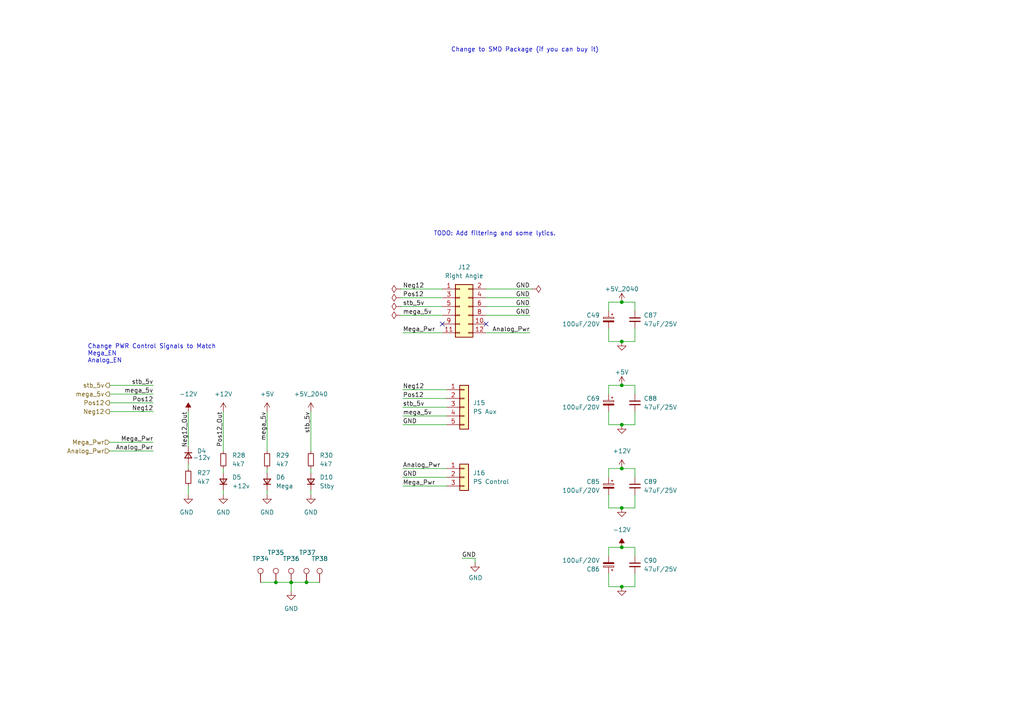
<source format=kicad_sch>
(kicad_sch (version 20230121) (generator eeschema)
  (paper "A4")
  (title_block (date "2022-06-27") (rev "3b") (company "twitch.tv/baldengineer"))
  (lib_symbols
    (symbol "Mega IIe Rev3 Symbols:C_Polarized_Small" (pin_numbers hide) (pin_names (offset 0.254) hide)
      (property "Reference" "C" (at 0.254 1.778 0))
      (property "Value" "C_Polarized_Small" (at 0.254 -2.032 0))
      (symbol "C_Polarized_Small_0_1"
        (rectangle (start -1.524 -0.3048) (end 1.524 -0.6858) (fill (type outline)))
        (rectangle (start -1.524 0.6858) (end 1.524 0.3048))
        (polyline (pts (xy -1.27 1.524) (xy -0.762 1.524)))
        (polyline (pts (xy -1.016 1.27) (xy -1.016 1.778)))
      )
      (symbol "C_Polarized_Small_1_1"
        (pin passive line (at 0 2.54 270) (length 1.8542) (name "~") (number "1"))
        (pin passive line (at 0 -2.54 90) (length 1.8542) (name "~") (number "2"))
      )
    )
    (symbol "Mega IIe Rev3 Symbols:C_Small" (pin_numbers hide) (pin_names (offset 0.254) hide)
      (property "Reference" "C" (at 0.254 1.778 0))
      (property "Value" "C_Small" (at 0.254 -2.032 0))
      (symbol "C_Small_0_1"
        (polyline (pts (xy -1.524 -0.508) (xy 1.524 -0.508)) (stroke (width 0.3302)))
        (polyline (pts (xy -1.524 0.508) (xy 1.524 0.508)) (stroke (width 0.3048)))
      )
      (symbol "C_Small_1_1"
        (pin passive line (at 0 2.54 270) (length 2.032) (name "~") (number "1"))
        (pin passive line (at 0 -2.54 90) (length 2.032) (name "~") (number "2"))
      )
    )
    (symbol "Mega IIe Rev3 Symbols:Conn_01x03" (pin_names (offset 1.016) hide)
      (property "Reference" "J" (at 0 5.08 0))
      (property "Value" "Conn_01x03" (at 0 -5.08 0))
      (symbol "Conn_01x03_1_1"
        (rectangle (start -1.27 -2.413) (end 0 -2.667) (stroke (width 0.1524)))
        (rectangle (start -1.27 0.127) (end 0 -0.127) (stroke (width 0.1524)))
        (rectangle (start -1.27 2.667) (end 0 2.413) (stroke (width 0.1524)))
        (rectangle (start -1.27 3.81) (end 1.27 -3.81) (stroke (width 0.254)) (fill (type background)))
        (pin passive line (at -5.08 2.54 0) (length 3.81) (name "Pin_1") (number "1"))
        (pin passive line (at -5.08 0 0) (length 3.81) (name "Pin_2") (number "2"))
        (pin passive line (at -5.08 -2.54 0) (length 3.81) (name "Pin_3") (number "3"))
      )
    )
    (symbol "Mega IIe Rev3 Symbols:Conn_01x05" (pin_names (offset 1.016) hide)
      (property "Reference" "J" (at 0 7.62 0))
      (property "Value" "Conn_01x05" (at 0 -7.62 0))
      (symbol "Conn_01x05_1_1"
        (rectangle (start -1.27 -4.953) (end 0 -5.207) (stroke (width 0.1524)))
        (rectangle (start -1.27 -2.413) (end 0 -2.667) (stroke (width 0.1524)))
        (rectangle (start -1.27 0.127) (end 0 -0.127) (stroke (width 0.1524)))
        (rectangle (start -1.27 2.667) (end 0 2.413) (stroke (width 0.1524)))
        (rectangle (start -1.27 5.207) (end 0 4.953) (stroke (width 0.1524)))
        (rectangle (start -1.27 6.35) (end 1.27 -6.35) (stroke (width 0.254)) (fill (type background)))
        (pin passive line (at -5.08 5.08 0) (length 3.81) (name "Pin_1") (number "1"))
        (pin passive line (at -5.08 2.54 0) (length 3.81) (name "Pin_2") (number "2"))
        (pin passive line (at -5.08 0 0) (length 3.81) (name "Pin_3") (number "3"))
        (pin passive line (at -5.08 -2.54 0) (length 3.81) (name "Pin_4") (number "4"))
        (pin passive line (at -5.08 -5.08 0) (length 3.81) (name "Pin_5") (number "5"))
      )
    )
    (symbol "Mega IIe Rev3 Symbols:Conn_02x06_Odd_Even" (pin_names (offset 1.016) hide)
      (property "Reference" "J12" (at 1.27 11.43 0))
      (property "Value" "Right Angle" (at 1.27 8.89 0))
      (symbol "Conn_02x06_Odd_Even_1_1"
        (rectangle (start -1.27 -7.493) (end 0 -7.747) (stroke (width 0.1524)))
        (rectangle (start -1.27 -4.953) (end 0 -5.207) (stroke (width 0.1524)))
        (rectangle (start -1.27 -2.413) (end 0 -2.667) (stroke (width 0.1524)))
        (rectangle (start -1.27 0.127) (end 0 -0.127) (stroke (width 0.1524)))
        (rectangle (start -1.27 2.667) (end 0 2.413) (stroke (width 0.1524)))
        (rectangle (start -1.27 5.207) (end 0 4.953) (stroke (width 0.1524)))
        (rectangle (start -1.27 6.35) (end 3.81 -8.89) (stroke (width 0.254)) (fill (type background)))
        (rectangle (start 3.81 -7.493) (end 2.54 -7.747) (stroke (width 0.1524)))
        (rectangle (start 3.81 -4.953) (end 2.54 -5.207) (stroke (width 0.1524)))
        (rectangle (start 3.81 -2.413) (end 2.54 -2.667) (stroke (width 0.1524)))
        (rectangle (start 3.81 0.127) (end 2.54 -0.127) (stroke (width 0.1524)))
        (rectangle (start 3.81 2.667) (end 2.54 2.413) (stroke (width 0.1524)))
        (rectangle (start 3.81 5.207) (end 2.54 4.953) (stroke (width 0.1524)))
        (pin passive line (at -5.08 5.08 0) (length 3.81) (name "Pin_1") (number "1"))
        (pin passive line (at 7.62 -5.08 180) (length 3.81) (name "Pin_10") (number "10"))
        (pin passive line (at -5.08 -7.62 0) (length 3.81) (name "Pin_11") (number "11"))
        (pin passive line (at 7.62 -7.62 180) (length 3.81) (name "Pin_12") (number "12"))
        (pin passive line (at 7.62 5.08 180) (length 3.81) (name "Pin_2") (number "2"))
        (pin passive line (at -5.08 2.54 0) (length 3.81) (name "Pin_3") (number "3"))
        (pin passive line (at 7.62 2.54 180) (length 3.81) (name "Pin_4") (number "4"))
        (pin passive line (at -5.08 0 0) (length 3.81) (name "Pin_5") (number "5"))
        (pin passive line (at 7.62 0 180) (length 3.81) (name "Pin_6") (number "6"))
        (pin passive line (at -5.08 -2.54 0) (length 3.81) (name "Pin_7") (number "7"))
        (pin passive line (at 7.62 -2.54 180) (length 3.81) (name "Pin_8") (number "8"))
        (pin passive line (at -5.08 -5.08 0) (length 3.81) (name "Pin_9") (number "9"))
      )
    )
    (symbol "Mega IIe Rev3 Symbols:D_1206" (pin_numbers hide) (pin_names (offset 0.254) hide)
      (property "Reference" "D" (at -1.27 2.032 0))
      (property "Value" "D_1206" (at -3.81 -2.032 0))
      (symbol "D_1206_0_1"
        (polyline (pts (xy -0.762 -1.016) (xy -0.762 1.016)) (stroke (width 0.254)))
        (polyline (pts (xy -0.762 0) (xy 0.762 0)))
        (polyline (pts (xy 0.762 -1.016) (xy -0.762 0) (xy 0.762 1.016) (xy 0.762 -1.016)) (stroke (width 0.254)))
      )
      (symbol "D_1206_1_1"
        (pin passive line (at -2.54 0 0) (length 1.778) (name "K") (number "1"))
        (pin passive line (at 2.54 0 180) (length 1.778) (name "A") (number "2"))
      )
    )
    (symbol "Mega IIe Rev3 Symbols:R_0805" (pin_numbers hide) (pin_names (offset 0.254) hide)
      (property "Reference" "R" (at 0.762 0.508 0))
      (property "Value" "R_0805" (at 0.762 -1.016 0))
      (symbol "R_0805_0_1"
        (rectangle (start -0.762 1.778) (end 0.762 -1.778) (stroke (width 0.2032)))
      )
      (symbol "R_0805_1_1"
        (pin passive line (at 0 2.54 270) (length 0.762) (name "~") (number "1"))
        (pin passive line (at 0 -2.54 90) (length 0.762) (name "~") (number "2"))
      )
    )
    (symbol "Mega IIe Rev3 Symbols:TestPoint" (pin_numbers hide) (pin_names (offset 0.762) hide)
      (property "Reference" "TP" (at 0 6.858 0))
      (property "Value" "TestPoint" (at 0 5.08 0))
      (symbol "TestPoint_0_1"
        (circle (center 0 3.302) (radius 0.762))
      )
      (symbol "TestPoint_1_1"
        (pin passive line (at 0 0 90) (length 2.54) (name "1") (number "1"))
      )
    )
    (symbol "My Library:+5V_2040" (power) (pin_names (offset 0))
      (property "Value" "+5V_2040" (at 0 3.556 0))
      (symbol "+5V_2040_0_1"
        (polyline (pts (xy -0.762 1.27) (xy 0 2.54)))
        (polyline (pts (xy 0 0) (xy 0 2.54)))
        (polyline (pts (xy 0 2.54) (xy 0.762 1.27)))
      )
      (symbol "+5V_2040_1_1"
        (pin power_in line (at 0 0 90) (length 0) hide (name "+5V_2040") (number "1"))
      )
    )
    (symbol "power:+12V" (power) (pin_names (offset 0))
      (property "Value" "+12V" (at 0 3.556 0))
      (symbol "+12V_0_1"
        (polyline (pts (xy -0.762 1.27) (xy 0 2.54)))
        (polyline (pts (xy 0 0) (xy 0 2.54)))
        (polyline (pts (xy 0 2.54) (xy 0.762 1.27)))
      )
      (symbol "+12V_1_1"
        (pin power_in line (at 0 0 90) (length 0) hide (name "+12V") (number "1"))
      )
    )
    (symbol "power:+5V" (power) (pin_names (offset 0))
      (property "Value" "+5V" (at 0 3.556 0))
      (symbol "+5V_0_1"
        (polyline (pts (xy -0.762 1.27) (xy 0 2.54)))
        (polyline (pts (xy 0 0) (xy 0 2.54)))
        (polyline (pts (xy 0 2.54) (xy 0.762 1.27)))
      )
      (symbol "+5V_1_1"
        (pin power_in line (at 0 0 90) (length 0) hide (name "+5V") (number "1"))
      )
    )
    (symbol "power:-12V" (power) (pin_names (offset 0))
      (property "Value" "-12V" (at 0 3.81 0))
      (symbol "-12V_0_0"
        (pin power_in line (at 0 0 90) (length 0) hide (name "-12V") (number "1"))
      )
      (symbol "-12V_0_1"
        (polyline (pts (xy 0 0) (xy 0 1.27) (xy 0.762 1.27) (xy 0 2.54) (xy -0.762 1.27) (xy 0 1.27)) (fill (type outline)))
      )
    )
    (symbol "power:GND" (power) (pin_names (offset 0))
      (property "Value" "GND" (at 0 -3.81 0))
      (symbol "GND_0_1"
        (polyline (pts (xy 0 0) (xy 0 -1.27) (xy 1.27 -1.27) (xy 0 -2.54) (xy -1.27 -1.27) (xy 0 -1.27)))
      )
      (symbol "GND_1_1"
        (pin power_in line (at 0 0 270) (length 0) hide (name "GND") (number "1"))
      )
    )
    (symbol "power:PWR_FLAG" (power) (pin_numbers hide) (pin_names (offset 0) hide)
      (property "Value" "PWR_FLAG" (at 0 3.81 0))
      (symbol "PWR_FLAG_0_0"
        (pin power_out line (at 0 0 90) (length 0) (name "pwr") (number "1"))
      )
      (symbol "PWR_FLAG_0_1"
        (polyline (pts (xy 0 0) (xy 0 1.27) (xy -1.016 1.905) (xy 0 2.54) (xy 1.016 1.905) (xy 0 1.27)))
      )
    )
  )
  (junction (at 180.34 158.75))
  (junction (at 180.34 111.76))
  (junction (at 180.34 170.18))
  (junction (at 180.34 123.19))
  (junction (at 180.34 135.89))
  (junction (at 84.455 168.91))
  (junction (at 180.34 147.32))
  (junction (at 80.01 168.91))
  (junction (at 180.34 99.06))
  (junction (at 88.9 168.91))
  (junction (at 180.34 87.63))
  (no_connect (at 128.27 93.98))
  (no_connect (at 140.97 93.98))
  (wire (pts (xy 116.84 120.65) (xy 129.54 120.65)))
  (wire (pts (xy 137.795 163.195) (xy 137.795 161.925)))
  (wire (pts (xy 176.53 119.38) (xy 176.53 123.19)))
  (wire (pts (xy 116.205 88.9) (xy 128.27 88.9)))
  (wire (pts (xy 180.34 111.76) (xy 184.15 111.76)))
  (wire (pts (xy 75.565 168.91) (xy 80.01 168.91)))
  (wire (pts (xy 180.34 99.06) (xy 184.15 99.06)))
  (wire (pts (xy 90.17 142.24) (xy 90.17 143.51)))
  (wire (pts (xy 116.205 91.44) (xy 128.27 91.44)))
  (wire (pts (xy 31.75 116.84) (xy 44.45 116.84)))
  (wire (pts (xy 176.53 158.75) (xy 180.34 158.75)))
  (wire (pts (xy 116.205 83.82) (xy 128.27 83.82)))
  (wire (pts (xy 84.455 168.91) (xy 84.455 171.45)))
  (wire (pts (xy 116.84 113.03) (xy 129.54 113.03)))
  (wire (pts (xy 54.61 119.38) (xy 54.61 129.54)))
  (wire (pts (xy 176.53 166.37) (xy 176.53 170.18)))
  (wire (pts (xy 116.84 115.57) (xy 129.54 115.57)))
  (wire (pts (xy 129.54 135.89) (xy 116.84 135.89)))
  (wire (pts (xy 176.53 138.43) (xy 176.53 135.89)))
  (wire (pts (xy 64.77 142.24) (xy 64.77 143.51)))
  (wire (pts (xy 90.17 130.81) (xy 90.17 119.38)))
  (wire (pts (xy 90.17 135.89) (xy 90.17 137.16)))
  (wire (pts (xy 176.53 99.06) (xy 180.34 99.06)))
  (wire (pts (xy 184.15 158.75) (xy 184.15 161.29)))
  (wire (pts (xy 31.75 111.76) (xy 44.45 111.76)))
  (wire (pts (xy 176.53 170.18) (xy 180.34 170.18)))
  (wire (pts (xy 54.61 135.89) (xy 54.61 134.62)))
  (wire (pts (xy 176.53 123.19) (xy 180.34 123.19)))
  (wire (pts (xy 184.15 111.76) (xy 184.15 114.3)))
  (wire (pts (xy 176.53 111.76) (xy 180.34 111.76)))
  (wire (pts (xy 184.15 123.19) (xy 184.15 119.38)))
  (wire (pts (xy 184.15 135.89) (xy 184.15 138.43)))
  (wire (pts (xy 180.34 158.75) (xy 184.15 158.75)))
  (wire (pts (xy 88.9 168.91) (xy 92.71 168.91)))
  (wire (pts (xy 116.205 86.36) (xy 128.27 86.36)))
  (wire (pts (xy 180.34 123.19) (xy 184.15 123.19)))
  (wire (pts (xy 140.97 83.82) (xy 154.305 83.82)))
  (wire (pts (xy 180.34 135.89) (xy 184.15 135.89)))
  (wire (pts (xy 77.47 142.24) (xy 77.47 143.51)))
  (wire (pts (xy 176.53 87.63) (xy 180.34 87.63)))
  (wire (pts (xy 77.47 130.81) (xy 77.47 119.38)))
  (wire (pts (xy 116.84 138.43) (xy 129.54 138.43)))
  (wire (pts (xy 184.15 87.63) (xy 184.15 90.17)))
  (wire (pts (xy 176.53 95.25) (xy 176.53 99.06)))
  (wire (pts (xy 176.53 90.17) (xy 176.53 87.63)))
  (wire (pts (xy 31.75 128.27) (xy 44.45 128.27)))
  (wire (pts (xy 176.53 147.32) (xy 180.34 147.32)))
  (wire (pts (xy 184.15 99.06) (xy 184.15 95.25)))
  (wire (pts (xy 31.75 130.81) (xy 44.45 130.81)))
  (wire (pts (xy 140.97 91.44) (xy 153.67 91.44)))
  (wire (pts (xy 31.75 114.3) (xy 44.45 114.3)))
  (wire (pts (xy 31.75 119.38) (xy 44.45 119.38)))
  (wire (pts (xy 180.34 147.32) (xy 184.15 147.32)))
  (wire (pts (xy 54.61 140.97) (xy 54.61 143.51)))
  (wire (pts (xy 140.97 88.9) (xy 153.67 88.9)))
  (wire (pts (xy 184.15 147.32) (xy 184.15 143.51)))
  (wire (pts (xy 77.47 135.89) (xy 77.47 137.16)))
  (wire (pts (xy 176.53 143.51) (xy 176.53 147.32)))
  (wire (pts (xy 84.455 168.91) (xy 88.9 168.91)))
  (wire (pts (xy 116.84 118.11) (xy 129.54 118.11)))
  (wire (pts (xy 129.54 140.97) (xy 116.84 140.97)))
  (wire (pts (xy 64.77 130.81) (xy 64.77 119.38)))
  (wire (pts (xy 184.15 170.18) (xy 184.15 166.37)))
  (wire (pts (xy 116.84 123.19) (xy 129.54 123.19)))
  (wire (pts (xy 176.53 135.89) (xy 180.34 135.89)))
  (wire (pts (xy 180.34 87.63) (xy 184.15 87.63)))
  (wire (pts (xy 137.795 161.925) (xy 133.985 161.925)))
  (wire (pts (xy 140.97 86.36) (xy 153.67 86.36)))
  (wire (pts (xy 116.84 96.52) (xy 128.27 96.52)))
  (wire (pts (xy 80.01 168.91) (xy 84.455 168.91)))
  (wire (pts (xy 140.97 96.52) (xy 153.67 96.52)))
  (wire (pts (xy 64.77 135.89) (xy 64.77 137.16)))
  (wire (pts (xy 176.53 114.3) (xy 176.53 111.76)))
  (wire (pts (xy 180.34 170.18) (xy 184.15 170.18)))
  (wire (pts (xy 176.53 161.29) (xy 176.53 158.75)))
  (text "Change to SMD Package (if you can buy it)" (at 130.81 15.24 0) (effects (font (size 1.27 1.27)) (justify left bottom)))
  (text "TODO: Add filtering and some lytics." (at 125.73 68.58 0) (effects (font (size 1.27 1.27)) (justify left bottom)))
  (text "Change PWR Control Signals to Match\nMega_EN\nAnalog_EN" (at 25.4 105.41 0) (effects (font (size 1.27 1.27)) (justify left bottom)))
  (label "mega_5v" (at 116.84 120.65 0))
  (label "Mega_Pwr" (at 116.84 140.97 0))
  (label "Neg12_Out" (at 54.61 119.38 270))
  (label "Pos12" (at 116.84 115.57 0))
  (label "Pos12" (at 44.45 116.84 180))
  (label "GND" (at 153.67 83.82 180))
  (label "Mega_Pwr" (at 116.84 96.52 0))
  (label "Neg12" (at 116.84 113.03 0))
  (label "mega_5v" (at 44.45 114.3 180))
  (label "mega_5v" (at 116.84 91.44 0))
  (label "GND" (at 116.84 123.19 0))
  (label "Analog_Pwr" (at 153.67 96.52 180))
  (label "GND" (at 133.985 161.925 0))
  (label "stb_5v" (at 116.84 118.11 0))
  (label "Mega_Pwr" (at 44.45 128.27 180))
  (label "stb_5v" (at 44.45 111.76 180))
  (label "Pos12_Out" (at 64.77 119.38 270))
  (label "GND" (at 153.67 88.9 180))
  (label "GND" (at 153.67 86.36 180))
  (label "GND" (at 116.84 138.43 0))
  (label "stb_5v" (at 116.84 88.9 0))
  (label "Analog_Pwr" (at 116.84 135.89 0))
  (label "Neg12" (at 44.45 119.38 180))
  (label "Analog_Pwr" (at 44.45 130.81 180))
  (label "mega_5v" (at 77.47 119.38 270))
  (label "GND" (at 153.67 91.44 180))
  (label "Neg12" (at 116.84 83.82 0))
  (label "Pos12" (at 116.84 86.36 0))
  (label "stb_5v" (at 90.17 119.38 270))
  (hierarchical_label "stb_5v" (shape output) (at 31.75 111.76 180))
  (hierarchical_label "Mega_Pwr" (shape input) (at 31.75 128.27 180))
  (hierarchical_label "Analog_Pwr" (shape input) (at 31.75 130.81 180))
  (hierarchical_label "Neg12" (shape output) (at 31.75 119.38 180))
  (hierarchical_label "mega_5v" (shape output) (at 31.75 114.3 180))
  (hierarchical_label "Pos12" (shape output) (at 31.75 116.84 180))
  (symbol (lib_id "power:PWR_FLAG") (at 116.205 91.44 90) (unit 1)
    (property "Reference" "#FLG04" (effects hide))
    (property "Value" "PWR_FLAG" (effects hide))
  )
  (symbol (lib_id "power:-12V") (at 180.34 158.75 0) (unit 1)
    (property "Reference" "#PWR0421" (effects hide))
    (property "Value" "-12V" (at 180.34 153.67 0))
  )
  (symbol (lib_id "power:PWR_FLAG") (at 116.205 83.82 90) (unit 1)
    (property "Reference" "#FLG01" (effects hide))
    (property "Value" "PWR_FLAG" (effects hide))
  )
  (symbol (lib_id "power:PWR_FLAG") (at 116.205 88.9 90) (unit 1)
    (property "Reference" "#FLG03" (effects hide))
    (property "Value" "PWR_FLAG" (effects hide))
  )
  (symbol (lib_id "power:GND") (at 84.455 171.45 0) (unit 1)
    (property "Reference" "#PWR04" (effects hide))
    (property "Value" "GND" (at 84.455 176.53 0))
  )
  (symbol (lib_id "Mega IIe Rev3 Symbols:C_Polarized_Small") (at 176.53 116.84 0) (mirror y) (unit 1)
    (property "Reference" "C69" (at 173.99 115.5762 0) (effects (justify left)))
    (property "Value" "100uF{slash}20V" (at 173.99 118.1162 0) (effects (justify left)))
    (property "Footprint" "Capacitor_Tantalum_SMD:CP_EIA-3528-21_Kemet-B" (effects hide))
    (property "MFN" "20TQC100MD2" (effects hide))
  )
  (symbol (lib_id "Mega IIe Rev3 Symbols:R_0805") (at 64.77 133.35 0) (unit 1)
    (property "Reference" "R28" (at 67.31 132.08 0) (effects (justify left)))
    (property "Value" "4k7" (at 67.31 134.62 0) (effects (justify left)))
    (property "Footprint" "Resistor_SMD:R_0805_2012Metric" (effects hide))
  )
  (symbol (lib_id "Mega IIe Rev3 Symbols:R_0805") (at 90.17 133.35 0) (unit 1)
    (property "Reference" "R30" (at 92.71 132.08 0) (effects (justify left)))
    (property "Value" "4k7" (at 92.71 134.62 0) (effects (justify left)))
    (property "Footprint" "Resistor_SMD:R_0805_2012Metric" (effects hide))
  )
  (symbol (lib_id "Mega IIe Rev3 Symbols:D_1206") (at 77.47 139.7 90) (unit 1)
    (property "Reference" "D6" (at 80.01 138.4299 90) (effects (justify right)))
    (property "Value" "Mega" (at 80.01 140.9699 90) (effects (justify right)))
    (property "Footprint" "LED_SMD:LED_1206_3216Metric" (effects hide))
  )
  (symbol (lib_id "Mega IIe Rev3 Symbols:C_Polarized_Small") (at 176.53 140.97 0) (mirror y) (unit 1)
    (property "Reference" "C85" (at 173.99 139.7062 0) (effects (justify left)))
    (property "Value" "100uF{slash}20V" (at 173.99 142.2462 0) (effects (justify left)))
    (property "Footprint" "Capacitor_Tantalum_SMD:CP_EIA-3528-21_Kemet-B" (effects hide))
    (property "MFN" "20TQC100MD2" (effects hide))
  )
  (symbol (lib_id "power:PWR_FLAG") (at 116.205 86.36 90) (unit 1)
    (property "Reference" "#FLG02" (effects hide))
    (property "Value" "PWR_FLAG" (effects hide))
  )
  (symbol (lib_id "Mega IIe Rev3 Symbols:C_Small") (at 184.15 92.71 0) (unit 1)
    (property "Reference" "C87" (at 186.69 91.4462 0) (effects (justify left)))
    (property "Value" "47uF{slash}25V" (at 186.69 93.9862 0) (effects (justify left)))
    (property "Footprint" "Capacitor_SMD:C_0805_2012Metric_Pad1.18x1.45mm_HandSolder" (effects hide))
    (property "Datasheet" "https://www.murata.com/en-us/products/productdetail?partno=GRM21BR61E475KA12%23" (effects hide))
    (property "MFN" "GRM21BR61E475K?A12L" (effects hide))
  )
  (symbol (lib_id "power:+12V") (at 64.77 119.38 0) (unit 1)
    (property "Reference" "#PWR0392" (effects hide))
    (property "Value" "+12V" (at 64.77 114.3 0))
  )
  (symbol (lib_id "Mega IIe Rev3 Symbols:D_1206") (at 54.61 132.08 270) (unit 1)
    (property "Reference" "D4" (at 57.15 130.8099 90) (effects (justify left)))
    (property "Value" "-12v" (at 55.88 132.715 90) (effects (justify left)))
    (property "Footprint" "LED_SMD:LED_1206_3216Metric" (effects hide))
  )
  (symbol (lib_id "Mega IIe Rev3 Symbols:TestPoint") (at 75.565 168.91 0) (unit 1)
    (property "Reference" "TP34" (at 75.565 162.052 0))
    (property "Value" "TestPoint" (effects hide))
    (property "Footprint" "My Libraries:Harwin-S1751-46-Test-Point" (effects hide))
  )
  (symbol (lib_id "Mega IIe Rev3 Symbols:Conn_01x05") (at 134.62 118.11 0) (unit 1)
    (property "Reference" "J15" (at 137.16 116.8399 0) (effects (justify left)))
    (property "Value" "PS Aux" (at 137.16 119.3799 0) (effects (justify left)))
    (property "Footprint" "Connector_PinHeader_2.54mm:PinHeader_1x05_P2.54mm_Vertical" (effects hide))
  )
  (symbol (lib_id "power:GND") (at 90.17 143.51 0) (unit 1)
    (property "Reference" "#PWR0255" (effects hide))
    (property "Value" "GND" (at 90.17 148.59 0))
  )
  (symbol (lib_id "Mega IIe Rev3 Symbols:TestPoint") (at 92.71 168.91 0) (unit 1)
    (property "Reference" "TP38" (at 92.71 162.052 0))
    (property "Value" "TestPoint" (effects hide))
    (property "Footprint" "My Libraries:Harwin-S1751-46-Test-Point" (effects hide))
  )
  (symbol (lib_id "Mega IIe Rev3 Symbols:C_Small") (at 184.15 163.83 0) (unit 1)
    (property "Reference" "C90" (at 186.69 162.5662 0) (effects (justify left)))
    (property "Value" "47uF{slash}25V" (at 186.69 165.1062 0) (effects (justify left)))
    (property "Footprint" "Capacitor_SMD:C_0805_2012Metric_Pad1.18x1.45mm_HandSolder" (effects hide))
    (property "Datasheet" "https://www.murata.com/en-us/products/productdetail?partno=GRM21BR61E475KA12%23" (effects hide))
    (property "MFN" "GRM21BR61E475K?A12L" (effects hide))
  )
  (symbol (lib_id "Mega IIe Rev3 Symbols:C_Polarized_Small") (at 176.53 163.83 180) (unit 1)
    (property "Reference" "C86" (at 173.99 165.0938 0) (effects (justify left)))
    (property "Value" "100uF{slash}20V" (at 173.99 162.5538 0) (effects (justify left)))
    (property "Footprint" "Capacitor_Tantalum_SMD:CP_EIA-3528-21_Kemet-B" (effects hide))
    (property "MFN" "20TQC100MD2" (effects hide))
  )
  (symbol (lib_id "power:+5V") (at 77.47 119.38 0) (unit 1)
    (property "Reference" "#PWR0391" (effects hide))
    (property "Value" "+5V" (at 77.47 114.3 0))
  )
  (symbol (lib_id "power:GND") (at 54.61 143.51 0) (unit 1)
    (property "Reference" "#PWR0252" (effects hide))
    (property "Value" "GND" (at 52.07 148.59 0) (effects (justify left)))
  )
  (symbol (lib_id "Mega IIe Rev3 Symbols:C_Small") (at 184.15 140.97 0) (unit 1)
    (property "Reference" "C89" (at 186.69 139.7062 0) (effects (justify left)))
    (property "Value" "47uF{slash}25V" (at 186.69 142.2462 0) (effects (justify left)))
    (property "Footprint" "Capacitor_SMD:C_0805_2012Metric_Pad1.18x1.45mm_HandSolder" (effects hide))
    (property "Datasheet" "https://www.murata.com/en-us/products/productdetail?partno=GRM21BR61E475KA12%23" (effects hide))
    (property "MFN" "GRM21BR61E475K?A12L" (effects hide))
  )
  (symbol (lib_id "Mega IIe Rev3 Symbols:R_0805") (at 54.61 138.43 180) (unit 1)
    (property "Reference" "R27" (at 57.15 137.16 0) (effects (justify right)))
    (property "Value" "4k7" (at 57.15 139.7 0) (effects (justify right)))
    (property "Footprint" "Resistor_SMD:R_0805_2012Metric" (effects hide))
  )
  (symbol (lib_id "Mega IIe Rev3 Symbols:Conn_02x06_Odd_Even") (at 133.35 88.9 0) (unit 1)
    (property "Reference" "J12" (at 134.62 77.47 0))
    (property "Value" "Right Angle" (at 134.62 80.01 0))
    (property "Footprint" "My Libraries:TE 5650118-3 Right Angle 12 Pos Socket" (effects hide))
  )
  (symbol (lib_id "power:+12V") (at 180.34 135.89 0) (unit 1)
    (property "Reference" "#PWR0419" (effects hide))
    (property "Value" "+12V" (at 180.34 130.81 0))
  )
  (symbol (lib_id "power:GND") (at 180.34 147.32 0) (unit 1)
    (property "Reference" "#PWR0418" (effects hide))
    (property "Value" "GND" (effects hide))
  )
  (symbol (lib_id "power:+5V") (at 180.34 111.76 0) (unit 1)
    (property "Reference" "#PWR0423" (effects hide))
    (property "Value" "+5V" (at 180.34 107.95 0))
  )
  (symbol (lib_id "power:GND") (at 64.77 143.51 0) (unit 1)
    (property "Reference" "#PWR0253" (effects hide))
    (property "Value" "GND" (at 64.77 148.59 0))
  )
  (symbol (lib_id "Mega IIe Rev3 Symbols:D_1206") (at 90.17 139.7 90) (unit 1)
    (property "Reference" "D10" (at 92.71 138.4299 90) (effects (justify right)))
    (property "Value" "Stby" (at 92.71 140.9699 90) (effects (justify right)))
    (property "Footprint" "LED_SMD:LED_1206_3216Metric" (effects hide))
  )
  (symbol (lib_id "My Library:+5V_2040") (at 180.34 87.63 0) (unit 1)
    (property "Reference" "#PWR0422" (effects hide))
    (property "Value" "+5V_2040" (at 180.34 83.82 0))
  )
  (symbol (lib_id "power:GND") (at 77.47 143.51 0) (unit 1)
    (property "Reference" "#PWR0254" (effects hide))
    (property "Value" "GND" (at 77.47 148.59 0))
  )
  (symbol (lib_id "Mega IIe Rev3 Symbols:C_Polarized_Small") (at 176.53 92.71 0) (mirror y) (unit 1)
    (property "Reference" "C49" (at 173.99 91.4462 0) (effects (justify left)))
    (property "Value" "100uF{slash}20V" (at 173.99 93.9862 0) (effects (justify left)))
    (property "Footprint" "Capacitor_Tantalum_SMD:CP_EIA-3528-21_Kemet-B" (effects hide))
    (property "MFN" "20TQC100MD2" (effects hide))
  )
  (symbol (lib_id "power:PWR_FLAG") (at 154.305 83.82 270) (unit 1)
    (property "Reference" "#FLG05" (effects hide))
    (property "Value" "PWR_FLAG" (effects hide))
  )
  (symbol (lib_id "Mega IIe Rev3 Symbols:TestPoint") (at 80.01 168.91 0) (unit 1)
    (property "Reference" "TP35" (at 80.01 160.274 0))
    (property "Value" "TestPoint" (effects hide))
    (property "Footprint" "My Libraries:Harwin-S1751-46-Test-Point" (effects hide))
  )
  (symbol (lib_id "Mega IIe Rev3 Symbols:R_0805") (at 77.47 133.35 0) (unit 1)
    (property "Reference" "R29" (at 80.01 132.08 0) (effects (justify left)))
    (property "Value" "4k7" (at 80.01 134.62 0) (effects (justify left)))
    (property "Footprint" "Resistor_SMD:R_0805_2012Metric" (effects hide))
  )
  (symbol (lib_id "My Library:+5V_2040") (at 90.17 119.38 0) (unit 1)
    (property "Reference" "#PWR0390" (effects hide))
    (property "Value" "+5V_2040" (at 90.17 114.3 0))
  )
  (symbol (lib_id "Mega IIe Rev3 Symbols:TestPoint") (at 88.9 168.91 0) (unit 1)
    (property "Reference" "TP37" (at 89.154 160.274 0))
    (property "Value" "TestPoint" (effects hide))
    (property "Footprint" "My Libraries:Harwin-S1751-46-Test-Point" (effects hide))
  )
  (symbol (lib_id "Mega IIe Rev3 Symbols:Conn_01x03") (at 134.62 138.43 0) (unit 1)
    (property "Reference" "J16" (at 137.16 137.1599 0) (effects (justify left)))
    (property "Value" "PS Control" (at 137.16 139.6999 0) (effects (justify left)))
    (property "Footprint" "Connector_PinHeader_2.54mm:PinHeader_1x03_P2.54mm_Vertical" (effects hide))
  )
  (symbol (lib_id "Mega IIe Rev3 Symbols:TestPoint") (at 84.455 168.91 0) (unit 1)
    (property "Reference" "TP36" (at 84.455 162.052 0))
    (property "Value" "TestPoint" (effects hide))
    (property "Footprint" "My Libraries:Harwin-S1751-46-Test-Point" (effects hide))
  )
  (symbol (lib_id "power:GND") (at 180.34 99.06 0) (unit 1)
    (property "Reference" "#PWR0425" (effects hide))
    (property "Value" "GND" (effects hide))
  )
  (symbol (lib_id "Mega IIe Rev3 Symbols:D_1206") (at 64.77 139.7 90) (unit 1)
    (property "Reference" "D5" (at 67.31 138.4299 90) (effects (justify right)))
    (property "Value" "+12v" (at 67.31 140.9699 90) (effects (justify right)))
    (property "Footprint" "LED_SMD:LED_1206_3216Metric" (effects hide))
  )
  (symbol (lib_id "power:GND") (at 180.34 170.18 0) (unit 1)
    (property "Reference" "#PWR0420" (effects hide))
    (property "Value" "GND" (effects hide))
  )
  (symbol (lib_id "power:-12V") (at 54.61 119.38 0) (unit 1)
    (property "Reference" "#PWR0402" (effects hide))
    (property "Value" "-12V" (at 54.61 114.3 0))
  )
  (symbol (lib_id "power:GND") (at 137.795 163.195 0) (unit 1)
    (property "Reference" "#PWR0189" (effects hide))
    (property "Value" "GND" (at 137.922 167.5892 0))
    (instances (project "gd rev3b" (path "" (reference "#PWR0189") (unit 1)) (path "" (reference "#PWR019") (unit 1))))
  )
  (symbol (lib_id "power:GND") (at 180.34 123.19 0) (unit 1)
    (property "Reference" "#PWR0424" (effects hide))
    (property "Value" "GND" (effects hide))
  )
  (symbol (lib_id "Mega IIe Rev3 Symbols:C_Small") (at 184.15 116.84 0) (unit 1)
    (property "Reference" "C88" (at 186.69 115.5762 0) (effects (justify left)))
    (property "Value" "47uF{slash}25V" (at 186.69 118.1162 0) (effects (justify left)))
    (property "Footprint" "Capacitor_SMD:C_0805_2012Metric_Pad1.18x1.45mm_HandSolder" (effects hide))
    (property "Datasheet" "https://www.murata.com/en-us/products/productdetail?partno=GRM21BR61E475KA12%23" (effects hide))
    (property "MFN" "GRM21BR61E475K?A12L" (effects hide))
  )
)
</source>
